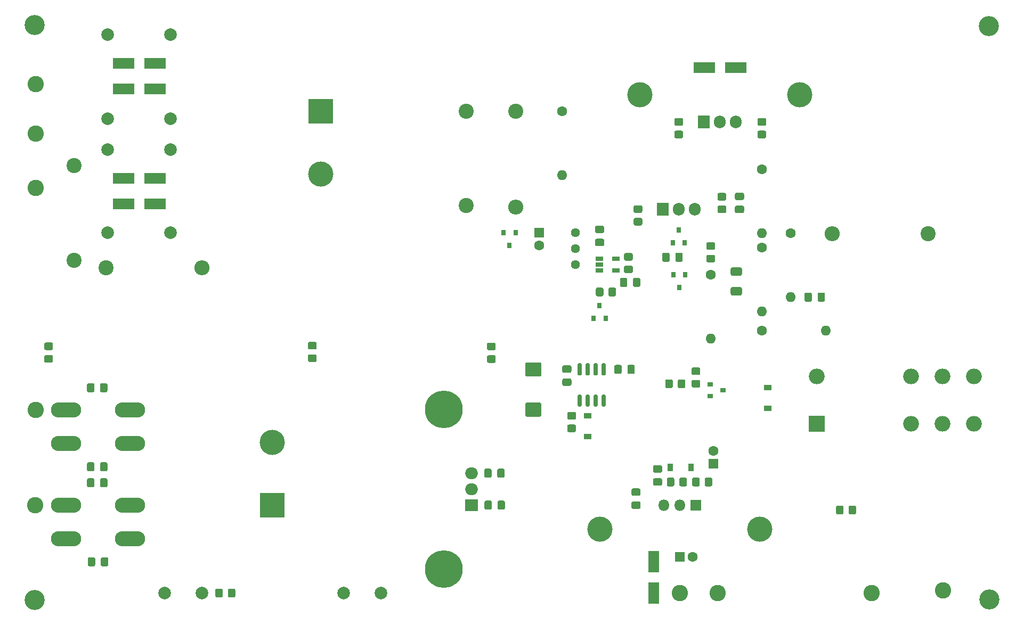
<source format=gbr>
G04 #@! TF.GenerationSoftware,KiCad,Pcbnew,(5.1.10-0-10_14)*
G04 #@! TF.CreationDate,2021-07-18T20:01:09+02:00*
G04 #@! TF.ProjectId,hv-power-supply-v1,68762d70-6f77-4657-922d-737570706c79,rev?*
G04 #@! TF.SameCoordinates,Original*
G04 #@! TF.FileFunction,Soldermask,Top*
G04 #@! TF.FilePolarity,Negative*
%FSLAX46Y46*%
G04 Gerber Fmt 4.6, Leading zero omitted, Abs format (unit mm)*
G04 Created by KiCad (PCBNEW (5.1.10-0-10_14)) date 2021-07-18 20:01:09*
%MOMM*%
%LPD*%
G01*
G04 APERTURE LIST*
%ADD10C,6.000000*%
%ADD11R,0.800000X0.900000*%
%ADD12R,0.900000X0.800000*%
%ADD13R,1.220000X0.650000*%
%ADD14C,4.000000*%
%ADD15R,4.000000X4.000000*%
%ADD16R,2.000000X1.905000*%
%ADD17O,2.000000X1.905000*%
%ADD18R,3.500000X1.800000*%
%ADD19R,1.800000X3.500000*%
%ADD20O,2.400000X2.400000*%
%ADD21C,2.400000*%
%ADD22O,4.800600X2.400300*%
%ADD23R,0.900000X1.200000*%
%ADD24C,1.600000*%
%ADD25R,1.600000X1.600000*%
%ADD26C,2.000000*%
%ADD27O,1.600000X1.600000*%
%ADD28O,1.905000X2.000000*%
%ADD29R,1.905000X2.000000*%
%ADD30C,2.600000*%
%ADD31C,1.440000*%
%ADD32O,2.500000X2.500000*%
%ADD33R,2.500000X2.500000*%
%ADD34R,1.200000X0.900000*%
%ADD35R,1.800000X1.800000*%
%ADD36O,1.800000X1.800000*%
%ADD37C,3.200000*%
G04 APERTURE END LIST*
D10*
X124206000Y-135890000D03*
X124206000Y-110490000D03*
D11*
X161673500Y-91090500D03*
X160723500Y-89090500D03*
X162623500Y-89090500D03*
D12*
X168602000Y-107465000D03*
X166602000Y-108415000D03*
X166602000Y-106515000D03*
D13*
X151616400Y-86550500D03*
X151616400Y-88450500D03*
X148996400Y-88450500D03*
X148996400Y-87500500D03*
X148996400Y-86550500D03*
D14*
X96990000Y-115753000D03*
D15*
X96990000Y-125753000D03*
D16*
X128613000Y-125753000D03*
D17*
X128613000Y-123213000D03*
X128613000Y-120673000D03*
D14*
X155410000Y-60475000D03*
X180810000Y-60475000D03*
X149060000Y-129563000D03*
X174460000Y-129563000D03*
D18*
X170650000Y-56157000D03*
X165650000Y-56157000D03*
D19*
X157569000Y-139723000D03*
X157569000Y-134723000D03*
D20*
X185991500Y-82550000D03*
D21*
X201231500Y-82550000D03*
D22*
X64224000Y-110640000D03*
X74384000Y-110640000D03*
X74384000Y-131087000D03*
X64224000Y-131087000D03*
X74384000Y-125753000D03*
X64224000Y-125753000D03*
X64224000Y-115974000D03*
X74384000Y-115974000D03*
D23*
X163536000Y-119784000D03*
X160236000Y-119784000D03*
D24*
X167094000Y-117149000D03*
D25*
X167094000Y-119149000D03*
G36*
G01*
X61880001Y-101080000D02*
X60979999Y-101080000D01*
G75*
G02*
X60730000Y-100830001I0J249999D01*
G01*
X60730000Y-100129999D01*
G75*
G02*
X60979999Y-99880000I249999J0D01*
G01*
X61880001Y-99880000D01*
G75*
G02*
X62130000Y-100129999I0J-249999D01*
G01*
X62130000Y-100830001D01*
G75*
G02*
X61880001Y-101080000I-249999J0D01*
G01*
G37*
G36*
G01*
X61880001Y-103080000D02*
X60979999Y-103080000D01*
G75*
G02*
X60730000Y-102830001I0J249999D01*
G01*
X60730000Y-102129999D01*
G75*
G02*
X60979999Y-101880000I249999J0D01*
G01*
X61880001Y-101880000D01*
G75*
G02*
X62130000Y-102129999I0J-249999D01*
G01*
X62130000Y-102830001D01*
G75*
G02*
X61880001Y-103080000I-249999J0D01*
G01*
G37*
D20*
X85814000Y-88034000D03*
D21*
X70574000Y-88034000D03*
D18*
X73368000Y-59586000D03*
X78368000Y-59586000D03*
X78368000Y-73810000D03*
X73368000Y-73810000D03*
X78368000Y-77874000D03*
X73368000Y-77874000D03*
X73368000Y-55522000D03*
X78368000Y-55522000D03*
D26*
X70828000Y-69238000D03*
X80828000Y-69238000D03*
X70828000Y-82446000D03*
X80828000Y-82446000D03*
X70828000Y-64285000D03*
X80828000Y-64285000D03*
X70828000Y-50950000D03*
X80828000Y-50950000D03*
G36*
G01*
X145971500Y-105138000D02*
X145671500Y-105138000D01*
G75*
G02*
X145521500Y-104988000I0J150000D01*
G01*
X145521500Y-103338000D01*
G75*
G02*
X145671500Y-103188000I150000J0D01*
G01*
X145971500Y-103188000D01*
G75*
G02*
X146121500Y-103338000I0J-150000D01*
G01*
X146121500Y-104988000D01*
G75*
G02*
X145971500Y-105138000I-150000J0D01*
G01*
G37*
G36*
G01*
X147241500Y-105138000D02*
X146941500Y-105138000D01*
G75*
G02*
X146791500Y-104988000I0J150000D01*
G01*
X146791500Y-103338000D01*
G75*
G02*
X146941500Y-103188000I150000J0D01*
G01*
X147241500Y-103188000D01*
G75*
G02*
X147391500Y-103338000I0J-150000D01*
G01*
X147391500Y-104988000D01*
G75*
G02*
X147241500Y-105138000I-150000J0D01*
G01*
G37*
G36*
G01*
X148511500Y-105138000D02*
X148211500Y-105138000D01*
G75*
G02*
X148061500Y-104988000I0J150000D01*
G01*
X148061500Y-103338000D01*
G75*
G02*
X148211500Y-103188000I150000J0D01*
G01*
X148511500Y-103188000D01*
G75*
G02*
X148661500Y-103338000I0J-150000D01*
G01*
X148661500Y-104988000D01*
G75*
G02*
X148511500Y-105138000I-150000J0D01*
G01*
G37*
G36*
G01*
X149781500Y-105138000D02*
X149481500Y-105138000D01*
G75*
G02*
X149331500Y-104988000I0J150000D01*
G01*
X149331500Y-103338000D01*
G75*
G02*
X149481500Y-103188000I150000J0D01*
G01*
X149781500Y-103188000D01*
G75*
G02*
X149931500Y-103338000I0J-150000D01*
G01*
X149931500Y-104988000D01*
G75*
G02*
X149781500Y-105138000I-150000J0D01*
G01*
G37*
G36*
G01*
X149781500Y-110088000D02*
X149481500Y-110088000D01*
G75*
G02*
X149331500Y-109938000I0J150000D01*
G01*
X149331500Y-108288000D01*
G75*
G02*
X149481500Y-108138000I150000J0D01*
G01*
X149781500Y-108138000D01*
G75*
G02*
X149931500Y-108288000I0J-150000D01*
G01*
X149931500Y-109938000D01*
G75*
G02*
X149781500Y-110088000I-150000J0D01*
G01*
G37*
G36*
G01*
X148511500Y-110088000D02*
X148211500Y-110088000D01*
G75*
G02*
X148061500Y-109938000I0J150000D01*
G01*
X148061500Y-108288000D01*
G75*
G02*
X148211500Y-108138000I150000J0D01*
G01*
X148511500Y-108138000D01*
G75*
G02*
X148661500Y-108288000I0J-150000D01*
G01*
X148661500Y-109938000D01*
G75*
G02*
X148511500Y-110088000I-150000J0D01*
G01*
G37*
G36*
G01*
X147241500Y-110088000D02*
X146941500Y-110088000D01*
G75*
G02*
X146791500Y-109938000I0J150000D01*
G01*
X146791500Y-108288000D01*
G75*
G02*
X146941500Y-108138000I150000J0D01*
G01*
X147241500Y-108138000D01*
G75*
G02*
X147391500Y-108288000I0J-150000D01*
G01*
X147391500Y-109938000D01*
G75*
G02*
X147241500Y-110088000I-150000J0D01*
G01*
G37*
G36*
G01*
X145971500Y-110088000D02*
X145671500Y-110088000D01*
G75*
G02*
X145521500Y-109938000I0J150000D01*
G01*
X145521500Y-108288000D01*
G75*
G02*
X145671500Y-108138000I150000J0D01*
G01*
X145971500Y-108138000D01*
G75*
G02*
X146121500Y-108288000I0J-150000D01*
G01*
X146121500Y-109938000D01*
G75*
G02*
X145971500Y-110088000I-150000J0D01*
G01*
G37*
G36*
G01*
X162019501Y-65393000D02*
X161119499Y-65393000D01*
G75*
G02*
X160869500Y-65143001I0J249999D01*
G01*
X160869500Y-64442999D01*
G75*
G02*
X161119499Y-64193000I249999J0D01*
G01*
X162019501Y-64193000D01*
G75*
G02*
X162269500Y-64442999I0J-249999D01*
G01*
X162269500Y-65143001D01*
G75*
G02*
X162019501Y-65393000I-249999J0D01*
G01*
G37*
G36*
G01*
X162019501Y-67393000D02*
X161119499Y-67393000D01*
G75*
G02*
X160869500Y-67143001I0J249999D01*
G01*
X160869500Y-66442999D01*
G75*
G02*
X161119499Y-66193000I249999J0D01*
G01*
X162019501Y-66193000D01*
G75*
G02*
X162269500Y-66442999I0J-249999D01*
G01*
X162269500Y-67143001D01*
G75*
G02*
X162019501Y-67393000I-249999J0D01*
G01*
G37*
D27*
X166649500Y-99273500D03*
D24*
X166649500Y-89113500D03*
D27*
X143002000Y-73279000D03*
D24*
X143002000Y-63119000D03*
D27*
X174777500Y-82509500D03*
D24*
X174777500Y-72349500D03*
G36*
G01*
X174327499Y-66193000D02*
X175227501Y-66193000D01*
G75*
G02*
X175477500Y-66442999I0J-249999D01*
G01*
X175477500Y-67143001D01*
G75*
G02*
X175227501Y-67393000I-249999J0D01*
G01*
X174327499Y-67393000D01*
G75*
G02*
X174077500Y-67143001I0J249999D01*
G01*
X174077500Y-66442999D01*
G75*
G02*
X174327499Y-66193000I249999J0D01*
G01*
G37*
G36*
G01*
X174327499Y-64193000D02*
X175227501Y-64193000D01*
G75*
G02*
X175477500Y-64442999I0J-249999D01*
G01*
X175477500Y-65143001D01*
G75*
G02*
X175227501Y-65393000I-249999J0D01*
G01*
X174327499Y-65393000D01*
G75*
G02*
X174077500Y-65143001I0J249999D01*
G01*
X174077500Y-64442999D01*
G75*
G02*
X174327499Y-64193000I249999J0D01*
G01*
G37*
G36*
G01*
X170063497Y-91068000D02*
X171363503Y-91068000D01*
G75*
G02*
X171613500Y-91317997I0J-249997D01*
G01*
X171613500Y-92143003D01*
G75*
G02*
X171363503Y-92393000I-249997J0D01*
G01*
X170063497Y-92393000D01*
G75*
G02*
X169813500Y-92143003I0J249997D01*
G01*
X169813500Y-91317997D01*
G75*
G02*
X170063497Y-91068000I249997J0D01*
G01*
G37*
G36*
G01*
X170063497Y-87943000D02*
X171363503Y-87943000D01*
G75*
G02*
X171613500Y-88192997I0J-249997D01*
G01*
X171613500Y-89018003D01*
G75*
G02*
X171363503Y-89268000I-249997J0D01*
G01*
X170063497Y-89268000D01*
G75*
G02*
X169813500Y-89018003I0J249997D01*
G01*
X169813500Y-88192997D01*
G75*
G02*
X170063497Y-87943000I249997J0D01*
G01*
G37*
G36*
G01*
X183631000Y-93144500D02*
X183631000Y-92194500D01*
G75*
G02*
X183881000Y-91944500I250000J0D01*
G01*
X184556000Y-91944500D01*
G75*
G02*
X184806000Y-92194500I0J-250000D01*
G01*
X184806000Y-93144500D01*
G75*
G02*
X184556000Y-93394500I-250000J0D01*
G01*
X183881000Y-93394500D01*
G75*
G02*
X183631000Y-93144500I0J250000D01*
G01*
G37*
G36*
G01*
X181556000Y-93144500D02*
X181556000Y-92194500D01*
G75*
G02*
X181806000Y-91944500I250000J0D01*
G01*
X182481000Y-91944500D01*
G75*
G02*
X182731000Y-92194500I0J-250000D01*
G01*
X182731000Y-93144500D01*
G75*
G02*
X182481000Y-93394500I-250000J0D01*
G01*
X181806000Y-93394500D01*
G75*
G02*
X181556000Y-93144500I0J250000D01*
G01*
G37*
D28*
X170650000Y-64793000D03*
X168110000Y-64793000D03*
D29*
X165570000Y-64793000D03*
D28*
X164109500Y-78699500D03*
X161569500Y-78699500D03*
D29*
X159029500Y-78699500D03*
G36*
G01*
X188560000Y-126965001D02*
X188560000Y-126064999D01*
G75*
G02*
X188809999Y-125815000I249999J0D01*
G01*
X189510001Y-125815000D01*
G75*
G02*
X189760000Y-126064999I0J-249999D01*
G01*
X189760000Y-126965001D01*
G75*
G02*
X189510001Y-127215000I-249999J0D01*
G01*
X188809999Y-127215000D01*
G75*
G02*
X188560000Y-126965001I0J249999D01*
G01*
G37*
G36*
G01*
X186560000Y-126965001D02*
X186560000Y-126064999D01*
G75*
G02*
X186809999Y-125815000I249999J0D01*
G01*
X187510001Y-125815000D01*
G75*
G02*
X187760000Y-126064999I0J-249999D01*
G01*
X187760000Y-126965001D01*
G75*
G02*
X187510001Y-127215000I-249999J0D01*
G01*
X186809999Y-127215000D01*
G75*
G02*
X186560000Y-126965001I0J249999D01*
G01*
G37*
G36*
G01*
X132238001Y-101112000D02*
X131337999Y-101112000D01*
G75*
G02*
X131088000Y-100862001I0J249999D01*
G01*
X131088000Y-100161999D01*
G75*
G02*
X131337999Y-99912000I249999J0D01*
G01*
X132238001Y-99912000D01*
G75*
G02*
X132488000Y-100161999I0J-249999D01*
G01*
X132488000Y-100862001D01*
G75*
G02*
X132238001Y-101112000I-249999J0D01*
G01*
G37*
G36*
G01*
X132238001Y-103112000D02*
X131337999Y-103112000D01*
G75*
G02*
X131088000Y-102862001I0J249999D01*
G01*
X131088000Y-102161999D01*
G75*
G02*
X131337999Y-101912000I249999J0D01*
G01*
X132238001Y-101912000D01*
G75*
G02*
X132488000Y-102161999I0J-249999D01*
G01*
X132488000Y-102862001D01*
G75*
G02*
X132238001Y-103112000I-249999J0D01*
G01*
G37*
G36*
G01*
X103790001Y-100985000D02*
X102889999Y-100985000D01*
G75*
G02*
X102640000Y-100735001I0J249999D01*
G01*
X102640000Y-100034999D01*
G75*
G02*
X102889999Y-99785000I249999J0D01*
G01*
X103790001Y-99785000D01*
G75*
G02*
X104040000Y-100034999I0J-249999D01*
G01*
X104040000Y-100735001D01*
G75*
G02*
X103790001Y-100985000I-249999J0D01*
G01*
G37*
G36*
G01*
X103790001Y-102985000D02*
X102889999Y-102985000D01*
G75*
G02*
X102640000Y-102735001I0J249999D01*
G01*
X102640000Y-102034999D01*
G75*
G02*
X102889999Y-101785000I249999J0D01*
G01*
X103790001Y-101785000D01*
G75*
G02*
X104040000Y-102034999I0J-249999D01*
G01*
X104040000Y-102735001D01*
G75*
G02*
X103790001Y-102985000I-249999J0D01*
G01*
G37*
G36*
G01*
X166199499Y-85941500D02*
X167099501Y-85941500D01*
G75*
G02*
X167349500Y-86191499I0J-249999D01*
G01*
X167349500Y-86891501D01*
G75*
G02*
X167099501Y-87141500I-249999J0D01*
G01*
X166199499Y-87141500D01*
G75*
G02*
X165949500Y-86891501I0J249999D01*
G01*
X165949500Y-86191499D01*
G75*
G02*
X166199499Y-85941500I249999J0D01*
G01*
G37*
G36*
G01*
X166199499Y-83941500D02*
X167099501Y-83941500D01*
G75*
G02*
X167349500Y-84191499I0J-249999D01*
G01*
X167349500Y-84891501D01*
G75*
G02*
X167099501Y-85141500I-249999J0D01*
G01*
X166199499Y-85141500D01*
G75*
G02*
X165949500Y-84891501I0J249999D01*
G01*
X165949500Y-84191499D01*
G75*
G02*
X166199499Y-83941500I249999J0D01*
G01*
G37*
G36*
G01*
X161668000Y-122520001D02*
X161668000Y-121619999D01*
G75*
G02*
X161917999Y-121370000I249999J0D01*
G01*
X162618001Y-121370000D01*
G75*
G02*
X162868000Y-121619999I0J-249999D01*
G01*
X162868000Y-122520001D01*
G75*
G02*
X162618001Y-122770000I-249999J0D01*
G01*
X161917999Y-122770000D01*
G75*
G02*
X161668000Y-122520001I0J249999D01*
G01*
G37*
G36*
G01*
X159668000Y-122520001D02*
X159668000Y-121619999D01*
G75*
G02*
X159917999Y-121370000I249999J0D01*
G01*
X160618001Y-121370000D01*
G75*
G02*
X160868000Y-121619999I0J-249999D01*
G01*
X160868000Y-122520001D01*
G75*
G02*
X160618001Y-122770000I-249999J0D01*
G01*
X159917999Y-122770000D01*
G75*
G02*
X159668000Y-122520001I0J249999D01*
G01*
G37*
G36*
G01*
X165700000Y-122520001D02*
X165700000Y-121619999D01*
G75*
G02*
X165949999Y-121370000I249999J0D01*
G01*
X166650001Y-121370000D01*
G75*
G02*
X166900000Y-121619999I0J-249999D01*
G01*
X166900000Y-122520001D01*
G75*
G02*
X166650001Y-122770000I-249999J0D01*
G01*
X165949999Y-122770000D01*
G75*
G02*
X165700000Y-122520001I0J249999D01*
G01*
G37*
G36*
G01*
X163700000Y-122520001D02*
X163700000Y-121619999D01*
G75*
G02*
X163949999Y-121370000I249999J0D01*
G01*
X164650001Y-121370000D01*
G75*
G02*
X164900000Y-121619999I0J-249999D01*
G01*
X164900000Y-122520001D01*
G75*
G02*
X164650001Y-122770000I-249999J0D01*
G01*
X163949999Y-122770000D01*
G75*
G02*
X163700000Y-122520001I0J249999D01*
G01*
G37*
G36*
G01*
X89113000Y-139272999D02*
X89113000Y-140173001D01*
G75*
G02*
X88863001Y-140423000I-249999J0D01*
G01*
X88162999Y-140423000D01*
G75*
G02*
X87913000Y-140173001I0J249999D01*
G01*
X87913000Y-139272999D01*
G75*
G02*
X88162999Y-139023000I249999J0D01*
G01*
X88863001Y-139023000D01*
G75*
G02*
X89113000Y-139272999I0J-249999D01*
G01*
G37*
G36*
G01*
X91113000Y-139272999D02*
X91113000Y-140173001D01*
G75*
G02*
X90863001Y-140423000I-249999J0D01*
G01*
X90162999Y-140423000D01*
G75*
G02*
X89913000Y-140173001I0J249999D01*
G01*
X89913000Y-139272999D01*
G75*
G02*
X90162999Y-139023000I249999J0D01*
G01*
X90863001Y-139023000D01*
G75*
G02*
X91113000Y-139272999I0J-249999D01*
G01*
G37*
G36*
G01*
X163849999Y-105849000D02*
X164750001Y-105849000D01*
G75*
G02*
X165000000Y-106098999I0J-249999D01*
G01*
X165000000Y-106799001D01*
G75*
G02*
X164750001Y-107049000I-249999J0D01*
G01*
X163849999Y-107049000D01*
G75*
G02*
X163600000Y-106799001I0J249999D01*
G01*
X163600000Y-106098999D01*
G75*
G02*
X163849999Y-105849000I249999J0D01*
G01*
G37*
G36*
G01*
X163849999Y-103849000D02*
X164750001Y-103849000D01*
G75*
G02*
X165000000Y-104098999I0J-249999D01*
G01*
X165000000Y-104799001D01*
G75*
G02*
X164750001Y-105049000I-249999J0D01*
G01*
X163849999Y-105049000D01*
G75*
G02*
X163600000Y-104799001I0J249999D01*
G01*
X163600000Y-104098999D01*
G75*
G02*
X163849999Y-103849000I249999J0D01*
G01*
G37*
G36*
G01*
X161414000Y-106899001D02*
X161414000Y-105998999D01*
G75*
G02*
X161663999Y-105749000I249999J0D01*
G01*
X162364001Y-105749000D01*
G75*
G02*
X162614000Y-105998999I0J-249999D01*
G01*
X162614000Y-106899001D01*
G75*
G02*
X162364001Y-107149000I-249999J0D01*
G01*
X161663999Y-107149000D01*
G75*
G02*
X161414000Y-106899001I0J249999D01*
G01*
G37*
G36*
G01*
X159414000Y-106899001D02*
X159414000Y-105998999D01*
G75*
G02*
X159663999Y-105749000I249999J0D01*
G01*
X160364001Y-105749000D01*
G75*
G02*
X160614000Y-105998999I0J-249999D01*
G01*
X160614000Y-106899001D01*
G75*
G02*
X160364001Y-107149000I-249999J0D01*
G01*
X159663999Y-107149000D01*
G75*
G02*
X159414000Y-106899001I0J249999D01*
G01*
G37*
G36*
G01*
X144101499Y-112929000D02*
X145001501Y-112929000D01*
G75*
G02*
X145251500Y-113178999I0J-249999D01*
G01*
X145251500Y-113879001D01*
G75*
G02*
X145001501Y-114129000I-249999J0D01*
G01*
X144101499Y-114129000D01*
G75*
G02*
X143851500Y-113879001I0J249999D01*
G01*
X143851500Y-113178999D01*
G75*
G02*
X144101499Y-112929000I249999J0D01*
G01*
G37*
G36*
G01*
X144101499Y-110929000D02*
X145001501Y-110929000D01*
G75*
G02*
X145251500Y-111178999I0J-249999D01*
G01*
X145251500Y-111879001D01*
G75*
G02*
X145001501Y-112129000I-249999J0D01*
G01*
X144101499Y-112129000D01*
G75*
G02*
X143851500Y-111879001I0J249999D01*
G01*
X143851500Y-111178999D01*
G75*
G02*
X144101499Y-110929000I249999J0D01*
G01*
G37*
G36*
G01*
X158679000Y-120582500D02*
X157729000Y-120582500D01*
G75*
G02*
X157479000Y-120332500I0J250000D01*
G01*
X157479000Y-119657500D01*
G75*
G02*
X157729000Y-119407500I250000J0D01*
G01*
X158679000Y-119407500D01*
G75*
G02*
X158929000Y-119657500I0J-250000D01*
G01*
X158929000Y-120332500D01*
G75*
G02*
X158679000Y-120582500I-250000J0D01*
G01*
G37*
G36*
G01*
X158679000Y-122657500D02*
X157729000Y-122657500D01*
G75*
G02*
X157479000Y-122407500I0J250000D01*
G01*
X157479000Y-121732500D01*
G75*
G02*
X157729000Y-121482500I250000J0D01*
G01*
X158679000Y-121482500D01*
G75*
G02*
X158929000Y-121732500I0J-250000D01*
G01*
X158929000Y-122407500D01*
G75*
G02*
X158679000Y-122657500I-250000J0D01*
G01*
G37*
G36*
G01*
X155250000Y-124265500D02*
X154300000Y-124265500D01*
G75*
G02*
X154050000Y-124015500I0J250000D01*
G01*
X154050000Y-123340500D01*
G75*
G02*
X154300000Y-123090500I250000J0D01*
G01*
X155250000Y-123090500D01*
G75*
G02*
X155500000Y-123340500I0J-250000D01*
G01*
X155500000Y-124015500D01*
G75*
G02*
X155250000Y-124265500I-250000J0D01*
G01*
G37*
G36*
G01*
X155250000Y-126340500D02*
X154300000Y-126340500D01*
G75*
G02*
X154050000Y-126090500I0J250000D01*
G01*
X154050000Y-125415500D01*
G75*
G02*
X154300000Y-125165500I250000J0D01*
G01*
X155250000Y-125165500D01*
G75*
G02*
X155500000Y-125415500I0J-250000D01*
G01*
X155500000Y-126090500D01*
G75*
G02*
X155250000Y-126340500I-250000J0D01*
G01*
G37*
G36*
G01*
X143314500Y-105607500D02*
X144264500Y-105607500D01*
G75*
G02*
X144514500Y-105857500I0J-250000D01*
G01*
X144514500Y-106532500D01*
G75*
G02*
X144264500Y-106782500I-250000J0D01*
G01*
X143314500Y-106782500D01*
G75*
G02*
X143064500Y-106532500I0J250000D01*
G01*
X143064500Y-105857500D01*
G75*
G02*
X143314500Y-105607500I250000J0D01*
G01*
G37*
G36*
G01*
X143314500Y-103532500D02*
X144264500Y-103532500D01*
G75*
G02*
X144514500Y-103782500I0J-250000D01*
G01*
X144514500Y-104457500D01*
G75*
G02*
X144264500Y-104707500I-250000J0D01*
G01*
X143314500Y-104707500D01*
G75*
G02*
X143064500Y-104457500I0J250000D01*
G01*
X143064500Y-103782500D01*
G75*
G02*
X143314500Y-103532500I250000J0D01*
G01*
G37*
G36*
G01*
X153405000Y-104638000D02*
X153405000Y-103688000D01*
G75*
G02*
X153655000Y-103438000I250000J0D01*
G01*
X154330000Y-103438000D01*
G75*
G02*
X154580000Y-103688000I0J-250000D01*
G01*
X154580000Y-104638000D01*
G75*
G02*
X154330000Y-104888000I-250000J0D01*
G01*
X153655000Y-104888000D01*
G75*
G02*
X153405000Y-104638000I0J250000D01*
G01*
G37*
G36*
G01*
X151330000Y-104638000D02*
X151330000Y-103688000D01*
G75*
G02*
X151580000Y-103438000I250000J0D01*
G01*
X152255000Y-103438000D01*
G75*
G02*
X152505000Y-103688000I0J-250000D01*
G01*
X152505000Y-104638000D01*
G75*
G02*
X152255000Y-104888000I-250000J0D01*
G01*
X151580000Y-104888000D01*
G75*
G02*
X151330000Y-104638000I0J250000D01*
G01*
G37*
G36*
G01*
X130649500Y-121148000D02*
X130649500Y-120198000D01*
G75*
G02*
X130899500Y-119948000I250000J0D01*
G01*
X131574500Y-119948000D01*
G75*
G02*
X131824500Y-120198000I0J-250000D01*
G01*
X131824500Y-121148000D01*
G75*
G02*
X131574500Y-121398000I-250000J0D01*
G01*
X130899500Y-121398000D01*
G75*
G02*
X130649500Y-121148000I0J250000D01*
G01*
G37*
G36*
G01*
X132724500Y-121148000D02*
X132724500Y-120198000D01*
G75*
G02*
X132974500Y-119948000I250000J0D01*
G01*
X133649500Y-119948000D01*
G75*
G02*
X133899500Y-120198000I0J-250000D01*
G01*
X133899500Y-121148000D01*
G75*
G02*
X133649500Y-121398000I-250000J0D01*
G01*
X132974500Y-121398000D01*
G75*
G02*
X132724500Y-121148000I0J250000D01*
G01*
G37*
G36*
G01*
X130692500Y-126228000D02*
X130692500Y-125278000D01*
G75*
G02*
X130942500Y-125028000I250000J0D01*
G01*
X131617500Y-125028000D01*
G75*
G02*
X131867500Y-125278000I0J-250000D01*
G01*
X131867500Y-126228000D01*
G75*
G02*
X131617500Y-126478000I-250000J0D01*
G01*
X130942500Y-126478000D01*
G75*
G02*
X130692500Y-126228000I0J250000D01*
G01*
G37*
G36*
G01*
X132767500Y-126228000D02*
X132767500Y-125278000D01*
G75*
G02*
X133017500Y-125028000I250000J0D01*
G01*
X133692500Y-125028000D01*
G75*
G02*
X133942500Y-125278000I0J-250000D01*
G01*
X133942500Y-126228000D01*
G75*
G02*
X133692500Y-126478000I-250000J0D01*
G01*
X133017500Y-126478000D01*
G75*
G02*
X132767500Y-126228000I0J250000D01*
G01*
G37*
D30*
X167729000Y-139723000D03*
X161760000Y-139723000D03*
X59398000Y-110640000D03*
X59271000Y-125753000D03*
X59398000Y-75334000D03*
X59398000Y-66698000D03*
X59398000Y-58824000D03*
D24*
X163760000Y-134008000D03*
D25*
X161760000Y-134008000D03*
G36*
G01*
X137430499Y-109438000D02*
X139480501Y-109438000D01*
G75*
G02*
X139730500Y-109687999I0J-249999D01*
G01*
X139730500Y-111438001D01*
G75*
G02*
X139480501Y-111688000I-249999J0D01*
G01*
X137430499Y-111688000D01*
G75*
G02*
X137180500Y-111438001I0J249999D01*
G01*
X137180500Y-109687999D01*
G75*
G02*
X137430499Y-109438000I249999J0D01*
G01*
G37*
G36*
G01*
X137430499Y-103038000D02*
X139480501Y-103038000D01*
G75*
G02*
X139730500Y-103287999I0J-249999D01*
G01*
X139730500Y-105038001D01*
G75*
G02*
X139480501Y-105288000I-249999J0D01*
G01*
X137430499Y-105288000D01*
G75*
G02*
X137180500Y-105038001I0J249999D01*
G01*
X137180500Y-103287999D01*
G75*
G02*
X137430499Y-103038000I249999J0D01*
G01*
G37*
D11*
X134683500Y-84439000D03*
X133733500Y-82439000D03*
X135633500Y-82439000D03*
D31*
X145186500Y-87526000D03*
X145186500Y-84986000D03*
X145186500Y-82446000D03*
D32*
X183496000Y-105299000D03*
X198496000Y-105299000D03*
X203496000Y-105299000D03*
X208496000Y-105299000D03*
X208496000Y-112799000D03*
X203496000Y-112799000D03*
X198496000Y-112799000D03*
D33*
X183496000Y-112799000D03*
D27*
X179349500Y-92669500D03*
D24*
X179349500Y-82509500D03*
G36*
G01*
X167977499Y-78099500D02*
X168877501Y-78099500D01*
G75*
G02*
X169127500Y-78349499I0J-249999D01*
G01*
X169127500Y-79049501D01*
G75*
G02*
X168877501Y-79299500I-249999J0D01*
G01*
X167977499Y-79299500D01*
G75*
G02*
X167727500Y-79049501I0J249999D01*
G01*
X167727500Y-78349499D01*
G75*
G02*
X167977499Y-78099500I249999J0D01*
G01*
G37*
G36*
G01*
X167977499Y-76099500D02*
X168877501Y-76099500D01*
G75*
G02*
X169127500Y-76349499I0J-249999D01*
G01*
X169127500Y-77049501D01*
G75*
G02*
X168877501Y-77299500I-249999J0D01*
G01*
X167977499Y-77299500D01*
G75*
G02*
X167727500Y-77049501I0J249999D01*
G01*
X167727500Y-76349499D01*
G75*
G02*
X167977499Y-76099500I249999J0D01*
G01*
G37*
G36*
G01*
X149596500Y-91393999D02*
X149596500Y-92294001D01*
G75*
G02*
X149346501Y-92544000I-249999J0D01*
G01*
X148646499Y-92544000D01*
G75*
G02*
X148396500Y-92294001I0J249999D01*
G01*
X148396500Y-91393999D01*
G75*
G02*
X148646499Y-91144000I249999J0D01*
G01*
X149346501Y-91144000D01*
G75*
G02*
X149596500Y-91393999I0J-249999D01*
G01*
G37*
G36*
G01*
X151596500Y-91393999D02*
X151596500Y-92294001D01*
G75*
G02*
X151346501Y-92544000I-249999J0D01*
G01*
X150646499Y-92544000D01*
G75*
G02*
X150396500Y-92294001I0J249999D01*
G01*
X150396500Y-91393999D01*
G75*
G02*
X150646499Y-91144000I249999J0D01*
G01*
X151346501Y-91144000D01*
G75*
G02*
X151596500Y-91393999I0J-249999D01*
G01*
G37*
G36*
G01*
X154642499Y-80068000D02*
X155542501Y-80068000D01*
G75*
G02*
X155792500Y-80317999I0J-249999D01*
G01*
X155792500Y-81018001D01*
G75*
G02*
X155542501Y-81268000I-249999J0D01*
G01*
X154642499Y-81268000D01*
G75*
G02*
X154392500Y-81018001I0J249999D01*
G01*
X154392500Y-80317999D01*
G75*
G02*
X154642499Y-80068000I249999J0D01*
G01*
G37*
G36*
G01*
X154642499Y-78068000D02*
X155542501Y-78068000D01*
G75*
G02*
X155792500Y-78317999I0J-249999D01*
G01*
X155792500Y-79018001D01*
G75*
G02*
X155542501Y-79268000I-249999J0D01*
G01*
X154642499Y-79268000D01*
G75*
G02*
X154392500Y-79018001I0J249999D01*
G01*
X154392500Y-78317999D01*
G75*
G02*
X154642499Y-78068000I249999J0D01*
G01*
G37*
G36*
G01*
X154018501Y-86856000D02*
X153118499Y-86856000D01*
G75*
G02*
X152868500Y-86606001I0J249999D01*
G01*
X152868500Y-85905999D01*
G75*
G02*
X153118499Y-85656000I249999J0D01*
G01*
X154018501Y-85656000D01*
G75*
G02*
X154268500Y-85905999I0J-249999D01*
G01*
X154268500Y-86606001D01*
G75*
G02*
X154018501Y-86856000I-249999J0D01*
G01*
G37*
G36*
G01*
X154018501Y-88856000D02*
X153118499Y-88856000D01*
G75*
G02*
X152868500Y-88606001I0J249999D01*
G01*
X152868500Y-87905999D01*
G75*
G02*
X153118499Y-87656000I249999J0D01*
G01*
X154018501Y-87656000D01*
G75*
G02*
X154268500Y-87905999I0J-249999D01*
G01*
X154268500Y-88606001D01*
G75*
G02*
X154018501Y-88856000I-249999J0D01*
G01*
G37*
D20*
X135636000Y-78359000D03*
D21*
X135636000Y-63119000D03*
D27*
X184937500Y-98003500D03*
D24*
X174777500Y-98003500D03*
D27*
X174777500Y-94955500D03*
D24*
X174777500Y-84795500D03*
D26*
X108293000Y-139723000D03*
X114262000Y-139723000D03*
X79845000Y-139723000D03*
X85814000Y-139723000D03*
D30*
X192240000Y-139723000D03*
X203543000Y-139342000D03*
D34*
X175730000Y-107085000D03*
X175730000Y-110385000D03*
D11*
X161569500Y-82001500D03*
X162519500Y-84001500D03*
X160619500Y-84001500D03*
X148996500Y-94003000D03*
X149946500Y-96003000D03*
X148046500Y-96003000D03*
D34*
X147091500Y-114829000D03*
X147091500Y-111529000D03*
G36*
G01*
X68832500Y-134295000D02*
X68832500Y-135245000D01*
G75*
G02*
X68582500Y-135495000I-250000J0D01*
G01*
X67907500Y-135495000D01*
G75*
G02*
X67657500Y-135245000I0J250000D01*
G01*
X67657500Y-134295000D01*
G75*
G02*
X67907500Y-134045000I250000J0D01*
G01*
X68582500Y-134045000D01*
G75*
G02*
X68832500Y-134295000I0J-250000D01*
G01*
G37*
G36*
G01*
X70907500Y-134295000D02*
X70907500Y-135245000D01*
G75*
G02*
X70657500Y-135495000I-250000J0D01*
G01*
X69982500Y-135495000D01*
G75*
G02*
X69732500Y-135245000I0J250000D01*
G01*
X69732500Y-134295000D01*
G75*
G02*
X69982500Y-134045000I250000J0D01*
G01*
X70657500Y-134045000D01*
G75*
G02*
X70907500Y-134295000I0J-250000D01*
G01*
G37*
G36*
G01*
X69605500Y-122672000D02*
X69605500Y-121722000D01*
G75*
G02*
X69855500Y-121472000I250000J0D01*
G01*
X70530500Y-121472000D01*
G75*
G02*
X70780500Y-121722000I0J-250000D01*
G01*
X70780500Y-122672000D01*
G75*
G02*
X70530500Y-122922000I-250000J0D01*
G01*
X69855500Y-122922000D01*
G75*
G02*
X69605500Y-122672000I0J250000D01*
G01*
G37*
G36*
G01*
X67530500Y-122672000D02*
X67530500Y-121722000D01*
G75*
G02*
X67780500Y-121472000I250000J0D01*
G01*
X68455500Y-121472000D01*
G75*
G02*
X68705500Y-121722000I0J-250000D01*
G01*
X68705500Y-122672000D01*
G75*
G02*
X68455500Y-122922000I-250000J0D01*
G01*
X67780500Y-122922000D01*
G75*
G02*
X67530500Y-122672000I0J250000D01*
G01*
G37*
G36*
G01*
X68705500Y-106609000D02*
X68705500Y-107559000D01*
G75*
G02*
X68455500Y-107809000I-250000J0D01*
G01*
X67780500Y-107809000D01*
G75*
G02*
X67530500Y-107559000I0J250000D01*
G01*
X67530500Y-106609000D01*
G75*
G02*
X67780500Y-106359000I250000J0D01*
G01*
X68455500Y-106359000D01*
G75*
G02*
X68705500Y-106609000I0J-250000D01*
G01*
G37*
G36*
G01*
X70780500Y-106609000D02*
X70780500Y-107559000D01*
G75*
G02*
X70530500Y-107809000I-250000J0D01*
G01*
X69855500Y-107809000D01*
G75*
G02*
X69605500Y-107559000I0J250000D01*
G01*
X69605500Y-106609000D01*
G75*
G02*
X69855500Y-106359000I250000J0D01*
G01*
X70530500Y-106359000D01*
G75*
G02*
X70780500Y-106609000I0J-250000D01*
G01*
G37*
G36*
G01*
X160125000Y-85844500D02*
X160125000Y-86794500D01*
G75*
G02*
X159875000Y-87044500I-250000J0D01*
G01*
X159200000Y-87044500D01*
G75*
G02*
X158950000Y-86794500I0J250000D01*
G01*
X158950000Y-85844500D01*
G75*
G02*
X159200000Y-85594500I250000J0D01*
G01*
X159875000Y-85594500D01*
G75*
G02*
X160125000Y-85844500I0J-250000D01*
G01*
G37*
G36*
G01*
X162200000Y-85844500D02*
X162200000Y-86794500D01*
G75*
G02*
X161950000Y-87044500I-250000J0D01*
G01*
X161275000Y-87044500D01*
G75*
G02*
X161025000Y-86794500I0J250000D01*
G01*
X161025000Y-85844500D01*
G75*
G02*
X161275000Y-85594500I250000J0D01*
G01*
X161950000Y-85594500D01*
G75*
G02*
X162200000Y-85844500I0J-250000D01*
G01*
G37*
D24*
X139382500Y-84423000D03*
D25*
X139382500Y-82423000D03*
G36*
G01*
X171696500Y-77233500D02*
X170746500Y-77233500D01*
G75*
G02*
X170496500Y-76983500I0J250000D01*
G01*
X170496500Y-76308500D01*
G75*
G02*
X170746500Y-76058500I250000J0D01*
G01*
X171696500Y-76058500D01*
G75*
G02*
X171946500Y-76308500I0J-250000D01*
G01*
X171946500Y-76983500D01*
G75*
G02*
X171696500Y-77233500I-250000J0D01*
G01*
G37*
G36*
G01*
X171696500Y-79308500D02*
X170746500Y-79308500D01*
G75*
G02*
X170496500Y-79058500I0J250000D01*
G01*
X170496500Y-78383500D01*
G75*
G02*
X170746500Y-78133500I250000J0D01*
G01*
X171696500Y-78133500D01*
G75*
G02*
X171946500Y-78383500I0J-250000D01*
G01*
X171946500Y-79058500D01*
G75*
G02*
X171696500Y-79308500I-250000J0D01*
G01*
G37*
G36*
G01*
X149471500Y-82482500D02*
X148521500Y-82482500D01*
G75*
G02*
X148271500Y-82232500I0J250000D01*
G01*
X148271500Y-81557500D01*
G75*
G02*
X148521500Y-81307500I250000J0D01*
G01*
X149471500Y-81307500D01*
G75*
G02*
X149721500Y-81557500I0J-250000D01*
G01*
X149721500Y-82232500D01*
G75*
G02*
X149471500Y-82482500I-250000J0D01*
G01*
G37*
G36*
G01*
X149471500Y-84557500D02*
X148521500Y-84557500D01*
G75*
G02*
X148271500Y-84307500I0J250000D01*
G01*
X148271500Y-83632500D01*
G75*
G02*
X148521500Y-83382500I250000J0D01*
G01*
X149471500Y-83382500D01*
G75*
G02*
X149721500Y-83632500I0J-250000D01*
G01*
X149721500Y-84307500D01*
G75*
G02*
X149471500Y-84557500I-250000J0D01*
G01*
G37*
G36*
G01*
X154294000Y-90795000D02*
X154294000Y-89845000D01*
G75*
G02*
X154544000Y-89595000I250000J0D01*
G01*
X155219000Y-89595000D01*
G75*
G02*
X155469000Y-89845000I0J-250000D01*
G01*
X155469000Y-90795000D01*
G75*
G02*
X155219000Y-91045000I-250000J0D01*
G01*
X154544000Y-91045000D01*
G75*
G02*
X154294000Y-90795000I0J250000D01*
G01*
G37*
G36*
G01*
X152219000Y-90795000D02*
X152219000Y-89845000D01*
G75*
G02*
X152469000Y-89595000I250000J0D01*
G01*
X153144000Y-89595000D01*
G75*
G02*
X153394000Y-89845000I0J-250000D01*
G01*
X153394000Y-90795000D01*
G75*
G02*
X153144000Y-91045000I-250000J0D01*
G01*
X152469000Y-91045000D01*
G75*
G02*
X152219000Y-90795000I0J250000D01*
G01*
G37*
D21*
X127762000Y-63119000D03*
X127762000Y-78119000D03*
D14*
X104711500Y-73119000D03*
D15*
X104711500Y-63119000D03*
D21*
X65494000Y-86778000D03*
X65494000Y-71778000D03*
G36*
G01*
X69605500Y-120132000D02*
X69605500Y-119182000D01*
G75*
G02*
X69855500Y-118932000I250000J0D01*
G01*
X70530500Y-118932000D01*
G75*
G02*
X70780500Y-119182000I0J-250000D01*
G01*
X70780500Y-120132000D01*
G75*
G02*
X70530500Y-120382000I-250000J0D01*
G01*
X69855500Y-120382000D01*
G75*
G02*
X69605500Y-120132000I0J250000D01*
G01*
G37*
G36*
G01*
X67530500Y-120132000D02*
X67530500Y-119182000D01*
G75*
G02*
X67780500Y-118932000I250000J0D01*
G01*
X68455500Y-118932000D01*
G75*
G02*
X68705500Y-119182000I0J-250000D01*
G01*
X68705500Y-120132000D01*
G75*
G02*
X68455500Y-120382000I-250000J0D01*
G01*
X67780500Y-120382000D01*
G75*
G02*
X67530500Y-120132000I0J250000D01*
G01*
G37*
D35*
X164300000Y-125753000D03*
D36*
X161760000Y-125753000D03*
X159220000Y-125753000D03*
D37*
X210947000Y-140716000D03*
X59182000Y-140843000D03*
X210820000Y-49530000D03*
X59182000Y-49403000D03*
M02*

</source>
